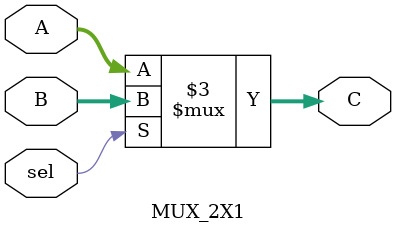
<source format=v>
module MUX_2X1 # (parameter WIDTH = 32)
    (
  input wire [WIDTH-1:0] A,
  input wire [WIDTH-1:0] B,
  input wire sel,     
                                   
  output reg [WIDTH-1:0] C            
);


always @(*) begin

    if (sel) begin
        C = B;
    end else begin
        C = A;
    end
    
end

endmodule



</source>
